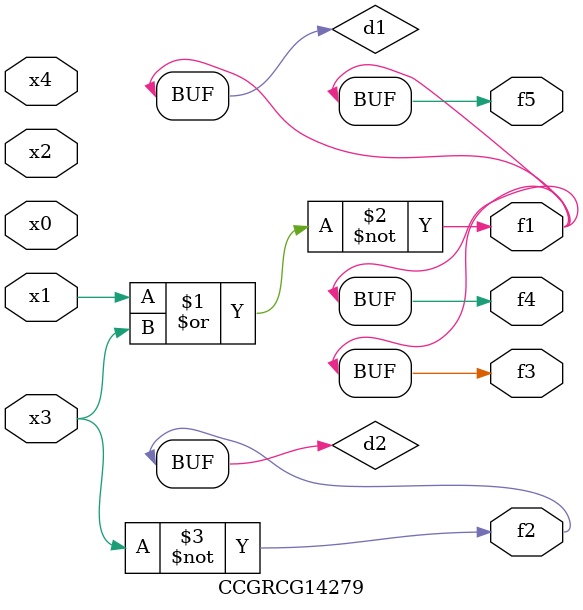
<source format=v>
module CCGRCG14279(
	input x0, x1, x2, x3, x4,
	output f1, f2, f3, f4, f5
);

	wire d1, d2;

	nor (d1, x1, x3);
	not (d2, x3);
	assign f1 = d1;
	assign f2 = d2;
	assign f3 = d1;
	assign f4 = d1;
	assign f5 = d1;
endmodule

</source>
